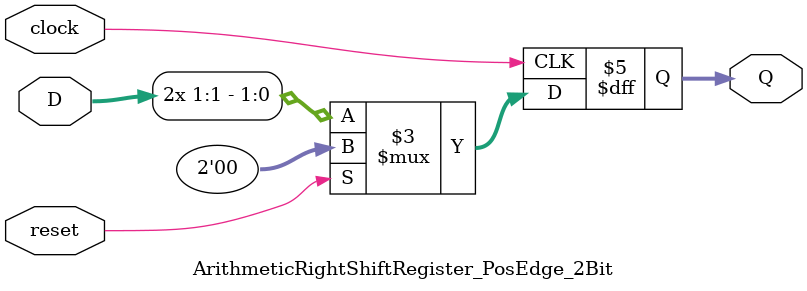
<source format=v>
module ArithmeticRightShiftRegister_PosEdge_2Bit (clock, reset, D, Q);
    input clock;
    input reset;
    input [1:0] D;
    output reg [1:0] Q;

    always @(posedge clock)
    begin
        if (reset)
            Q <= 2'b00;
        else
            Q <= {D[1], D[1:1]};        
    end
endmodule

</source>
